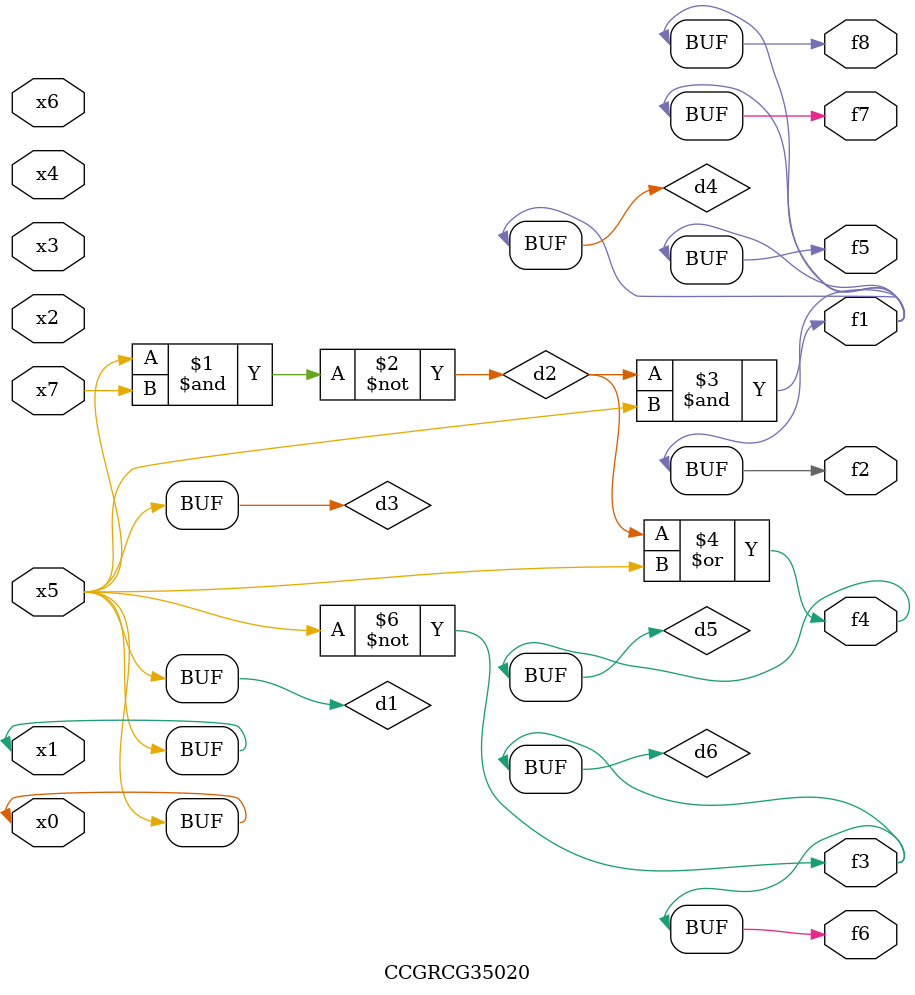
<source format=v>
module CCGRCG35020(
	input x0, x1, x2, x3, x4, x5, x6, x7,
	output f1, f2, f3, f4, f5, f6, f7, f8
);

	wire d1, d2, d3, d4, d5, d6;

	buf (d1, x0, x5);
	nand (d2, x5, x7);
	buf (d3, x0, x1);
	and (d4, d2, d3);
	or (d5, d2, d3);
	nor (d6, d1, d3);
	assign f1 = d4;
	assign f2 = d4;
	assign f3 = d6;
	assign f4 = d5;
	assign f5 = d4;
	assign f6 = d6;
	assign f7 = d4;
	assign f8 = d4;
endmodule

</source>
